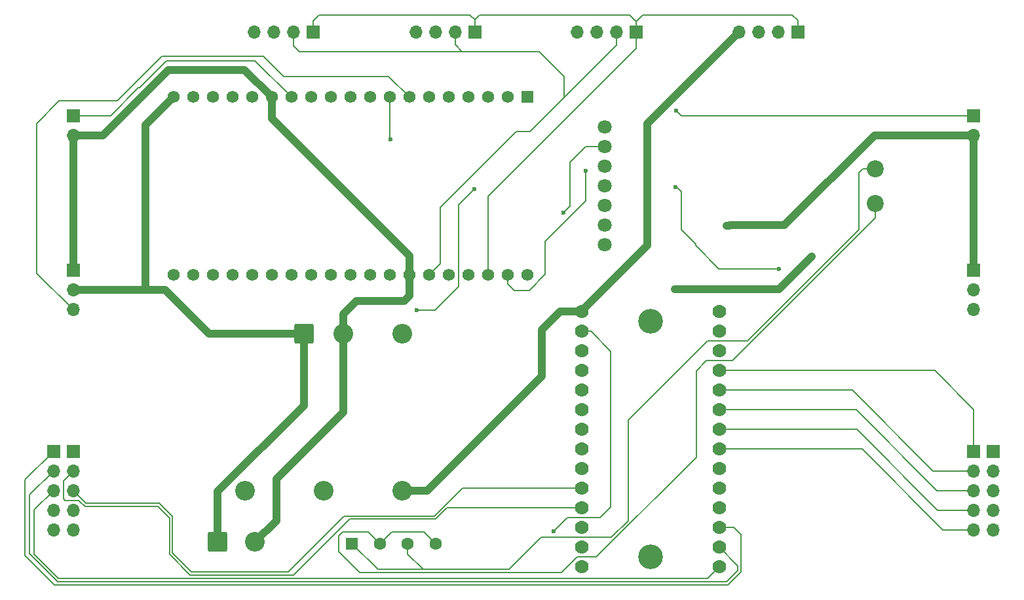
<source format=gbr>
%TF.GenerationSoftware,KiCad,Pcbnew,8.0.6*%
%TF.CreationDate,2025-03-25T20:17:01-07:00*%
%TF.ProjectId,Dash Main,44617368-204d-4616-996e-2e6b69636164,rev?*%
%TF.SameCoordinates,Original*%
%TF.FileFunction,Copper,L1,Top*%
%TF.FilePolarity,Positive*%
%FSLAX46Y46*%
G04 Gerber Fmt 4.6, Leading zero omitted, Abs format (unit mm)*
G04 Created by KiCad (PCBNEW 8.0.6) date 2025-03-25 20:17:01*
%MOMM*%
%LPD*%
G01*
G04 APERTURE LIST*
G04 Aperture macros list*
%AMRoundRect*
0 Rectangle with rounded corners*
0 $1 Rounding radius*
0 $2 $3 $4 $5 $6 $7 $8 $9 X,Y pos of 4 corners*
0 Add a 4 corners polygon primitive as box body*
4,1,4,$2,$3,$4,$5,$6,$7,$8,$9,$2,$3,0*
0 Add four circle primitives for the rounded corners*
1,1,$1+$1,$2,$3*
1,1,$1+$1,$4,$5*
1,1,$1+$1,$6,$7*
1,1,$1+$1,$8,$9*
0 Add four rect primitives between the rounded corners*
20,1,$1+$1,$2,$3,$4,$5,0*
20,1,$1+$1,$4,$5,$6,$7,0*
20,1,$1+$1,$6,$7,$8,$9,0*
20,1,$1+$1,$8,$9,$2,$3,0*%
G04 Aperture macros list end*
%TA.AperFunction,ComponentPad*%
%ADD10R,1.700000X1.700000*%
%TD*%
%TA.AperFunction,ComponentPad*%
%ADD11O,1.700000X1.700000*%
%TD*%
%TA.AperFunction,ComponentPad*%
%ADD12R,1.560000X1.560000*%
%TD*%
%TA.AperFunction,ComponentPad*%
%ADD13C,1.560000*%
%TD*%
%TA.AperFunction,ComponentPad*%
%ADD14C,1.778000*%
%TD*%
%TA.AperFunction,ComponentPad*%
%ADD15C,3.200000*%
%TD*%
%TA.AperFunction,ComponentPad*%
%ADD16C,1.800000*%
%TD*%
%TA.AperFunction,ComponentPad*%
%ADD17C,2.200000*%
%TD*%
%TA.AperFunction,ComponentPad*%
%ADD18RoundRect,0.249999X-1.025001X-1.025001X1.025001X-1.025001X1.025001X1.025001X-1.025001X1.025001X0*%
%TD*%
%TA.AperFunction,ComponentPad*%
%ADD19C,2.550000*%
%TD*%
%TA.AperFunction,ComponentPad*%
%ADD20RoundRect,0.250000X-0.550000X-0.550000X0.550000X-0.550000X0.550000X0.550000X-0.550000X0.550000X0*%
%TD*%
%TA.AperFunction,ComponentPad*%
%ADD21C,1.600000*%
%TD*%
%TA.AperFunction,ComponentPad*%
%ADD22RoundRect,0.249999X1.025001X1.025001X-1.025001X1.025001X-1.025001X-1.025001X1.025001X-1.025001X0*%
%TD*%
%TA.AperFunction,ViaPad*%
%ADD23C,0.600000*%
%TD*%
%TA.AperFunction,Conductor*%
%ADD24C,0.200000*%
%TD*%
%TA.AperFunction,Conductor*%
%ADD25C,1.000000*%
%TD*%
G04 APERTURE END LIST*
D10*
%TO.P,J11-1,1,Pin_1*%
%TO.N,A0*%
X190615000Y-82567500D03*
D11*
%TO.P,J11-1,2,Pin_2*%
%TO.N,A1*%
X190615000Y-85107500D03*
%TO.P,J11-1,3,Pin_3*%
%TO.N,A2*%
X190615000Y-87647500D03*
%TO.P,J11-1,4,Pin_4*%
%TO.N,A3*%
X190615000Y-90187500D03*
%TO.P,J11-1,5,Pin_5*%
%TO.N,A4*%
X190615000Y-92727500D03*
%TD*%
D10*
%TO.P,J6,1,Pin_1*%
%TO.N,SCL*%
X126166667Y-28320000D03*
D11*
%TO.P,J6,2,Pin_2*%
%TO.N,SDA*%
X123626667Y-28320000D03*
%TO.P,J6,3,Pin_3*%
%TO.N,Regulated 3v3*%
X121086667Y-28320000D03*
%TO.P,J6,4,Pin_4*%
%TO.N,3v3 ground*%
X118546667Y-28320000D03*
%TD*%
D12*
%TO.P,UNIT_2,J2-1,3V3*%
%TO.N,unconnected-(UNIT_2-3V3-PadJ2-1)*%
X132980000Y-36740000D03*
D13*
%TO.P,UNIT_2,J2-2,EN*%
%TO.N,unconnected-(UNIT_2-EN-PadJ2-2)*%
X130440000Y-36740000D03*
%TO.P,UNIT_2,J2-3,SENSOR_VP*%
%TO.N,unconnected-(UNIT_2-SENSOR_VP-PadJ2-3)*%
X127900000Y-36740000D03*
%TO.P,UNIT_2,J2-4,SENSOR_VN*%
%TO.N,unconnected-(UNIT_2-SENSOR_VN-PadJ2-4)*%
X125360000Y-36740000D03*
%TO.P,UNIT_2,J2-5,IO34*%
%TO.N,unconnected-(UNIT_2-IO34-PadJ2-5)*%
X122820000Y-36740000D03*
%TO.P,UNIT_2,J2-6,IO35*%
%TO.N,unconnected-(UNIT_2-IO35-PadJ2-6)*%
X120280000Y-36740000D03*
%TO.P,UNIT_2,J2-7,IO32*%
%TO.N,IO32 Speed*%
X117740000Y-36740000D03*
%TO.P,UNIT_2,J2-8,IO33*%
%TO.N,IO33 RPM*%
X115200000Y-36740000D03*
%TO.P,UNIT_2,J2-9,IO25*%
%TO.N,unconnected-(UNIT_2-IO25-PadJ2-9)*%
X112660000Y-36740000D03*
%TO.P,UNIT_2,J2-10,IO26*%
%TO.N,unconnected-(UNIT_2-IO26-PadJ2-10)*%
X110120000Y-36740000D03*
%TO.P,UNIT_2,J2-11,IO27*%
%TO.N,unconnected-(UNIT_2-IO27-PadJ2-11)*%
X107580000Y-36740000D03*
%TO.P,UNIT_2,J2-12,IO14*%
%TO.N,IO14 Button 2*%
X105040000Y-36740000D03*
%TO.P,UNIT_2,J2-13,IO12*%
%TO.N,IO12 Button 1*%
X102500000Y-36740000D03*
%TO.P,UNIT_2,J2-14,GND1*%
%TO.N,GND*%
X99960000Y-36740000D03*
%TO.P,UNIT_2,J2-15,IO13*%
%TO.N,unconnected-(UNIT_2-IO13-PadJ2-15)*%
X97420000Y-36740000D03*
%TO.P,UNIT_2,J2-16,SD2*%
%TO.N,unconnected-(UNIT_2-SD2-PadJ2-16)*%
X94880000Y-36740000D03*
%TO.P,UNIT_2,J2-17,SD3*%
%TO.N,unconnected-(UNIT_2-SD3-PadJ2-17)*%
X92340000Y-36740000D03*
%TO.P,UNIT_2,J2-18,CMD*%
%TO.N,unconnected-(UNIT_2-CMD-PadJ2-18)*%
X89800000Y-36740000D03*
%TO.P,UNIT_2,J2-19,EXT_5V*%
%TO.N,+5v*%
X87260000Y-36740000D03*
%TO.P,UNIT_2,J3-1,GND3*%
%TO.N,GND*%
X132960000Y-59780000D03*
%TO.P,UNIT_2,J3-2,IO23*%
%TO.N,SI*%
X130420000Y-59780000D03*
%TO.P,UNIT_2,J3-3,IO22*%
%TO.N,SCL*%
X127880000Y-59780000D03*
%TO.P,UNIT_2,J3-4,TXD0*%
%TO.N,unconnected-(UNIT_2-TXD0-PadJ3-4)*%
X125340000Y-59780000D03*
%TO.P,UNIT_2,J3-5,RXD0*%
%TO.N,unconnected-(UNIT_2-RXD0-PadJ3-5)*%
X122800000Y-59780000D03*
%TO.P,UNIT_2,J3-6,IO21*%
%TO.N,SDA*%
X120260000Y-59780000D03*
%TO.P,UNIT_2,J3-7,GND2*%
%TO.N,GND*%
X117720000Y-59780000D03*
%TO.P,UNIT_2,J3-8,IO19*%
%TO.N,SO*%
X115180000Y-59780000D03*
%TO.P,UNIT_2,J3-9,IO18*%
%TO.N,SCK*%
X112640000Y-59780000D03*
%TO.P,UNIT_2,J3-10,IO5*%
%TO.N,CS*%
X110100000Y-59780000D03*
%TO.P,UNIT_2,J3-11,IO17*%
%TO.N,unconnected-(UNIT_2-IO17-PadJ3-11)*%
X107560000Y-59780000D03*
%TO.P,UNIT_2,J3-12,IO16*%
%TO.N,unconnected-(UNIT_2-IO16-PadJ3-12)*%
X105020000Y-59780000D03*
%TO.P,UNIT_2,J3-13,IO4*%
%TO.N,unconnected-(UNIT_2-IO4-PadJ3-13)*%
X102480000Y-59780000D03*
%TO.P,UNIT_2,J3-14,IO0*%
%TO.N,unconnected-(UNIT_2-IO0-PadJ3-14)*%
X99940000Y-59780000D03*
%TO.P,UNIT_2,J3-15,IO2*%
%TO.N,unconnected-(UNIT_2-IO2-PadJ3-15)*%
X97400000Y-59780000D03*
%TO.P,UNIT_2,J3-16,IO15*%
%TO.N,unconnected-(UNIT_2-IO15-PadJ3-16)*%
X94860000Y-59780000D03*
%TO.P,UNIT_2,J3-17,SD1*%
%TO.N,unconnected-(UNIT_2-SD1-PadJ3-17)*%
X92320000Y-59780000D03*
%TO.P,UNIT_2,J3-18,SD0*%
%TO.N,unconnected-(UNIT_2-SD0-PadJ3-18)*%
X89780000Y-59780000D03*
%TO.P,UNIT_2,J3-19,CLK*%
%TO.N,unconnected-(UNIT_2-CLK-PadJ3-19)*%
X87240000Y-59780000D03*
%TD*%
D10*
%TO.P,J1-2,1,Pin_1*%
%TO.N,A13*%
X74300000Y-82575000D03*
D11*
%TO.P,J1-2,2,Pin_2*%
%TO.N,A14*%
X74300000Y-85115000D03*
%TO.P,J1-2,3,Pin_3*%
%TO.N,A15*%
X74300000Y-87655000D03*
%TO.P,J1-2,4,Pin_4*%
%TO.N,C0*%
X74300000Y-90195000D03*
%TO.P,J1-2,5,Pin_5*%
%TO.N,C1*%
X74300000Y-92735000D03*
%TD*%
D10*
%TO.P,J8,1,Pin_1*%
%TO.N,SCL*%
X167933334Y-28320000D03*
D11*
%TO.P,J8,2,Pin_2*%
%TO.N,SDA*%
X165393334Y-28320000D03*
%TO.P,J8,3,Pin_3*%
%TO.N,Regulated 3v3*%
X162853334Y-28320000D03*
%TO.P,J8,4,Pin_4*%
%TO.N,3v3 ground*%
X160313334Y-28320000D03*
%TD*%
D10*
%TO.P,J4,1,Pin_1*%
%TO.N,IO12 Button 1*%
X74300000Y-39145000D03*
D11*
%TO.P,J4,2,Pin_2*%
%TO.N,GND*%
X74300000Y-41685000D03*
%TD*%
D10*
%TO.P,J5,1,Pin_1*%
%TO.N,SCL*%
X105283334Y-28320000D03*
D11*
%TO.P,J5,2,Pin_2*%
%TO.N,SDA*%
X102743334Y-28320000D03*
%TO.P,J5,3,Pin_3*%
%TO.N,Regulated 3v3*%
X100203334Y-28320000D03*
%TO.P,J5,4,Pin_4*%
%TO.N,3v3 ground*%
X97663334Y-28320000D03*
%TD*%
D10*
%TO.P,J10,1,Pin_1*%
%TO.N,GND*%
X190640000Y-59172500D03*
D11*
%TO.P,J10,2,Pin_2*%
%TO.N,+5v*%
X190640000Y-61712500D03*
%TO.P,J10,3,Pin_3*%
%TO.N,IO33 RPM*%
X190640000Y-64252500D03*
%TD*%
D10*
%TO.P,J2,1,Pin_1*%
%TO.N,GND*%
X74300000Y-59165000D03*
D11*
%TO.P,J2,2,Pin_2*%
%TO.N,+5v*%
X74300000Y-61705000D03*
%TO.P,J2,3,Pin_3*%
%TO.N,IO32 Speed*%
X74300000Y-64245000D03*
%TD*%
D14*
%TO.P,U1,1,GND*%
%TO.N,3v3 ground*%
X139970000Y-64520000D03*
%TO.P,U1,2,C0*%
%TO.N,C0*%
X139970000Y-67060000D03*
%TO.P,U1,3,C1*%
%TO.N,C1*%
X139970000Y-69600000D03*
%TO.P,U1,4,C2*%
%TO.N,C2*%
X139970000Y-72140000D03*
%TO.P,U1,5,C3*%
%TO.N,C3*%
X139970000Y-74680000D03*
%TO.P,U1,6,C4*%
%TO.N,C4*%
X139970000Y-77220000D03*
%TO.P,U1,7,C5*%
%TO.N,C5*%
X139970000Y-79760000D03*
%TO.P,U1,8,C6*%
%TO.N,C6*%
X139970000Y-82300000D03*
%TO.P,U1,9,C7*%
%TO.N,C7*%
X139970000Y-84840000D03*
%TO.P,U1,10,A15*%
%TO.N,A15*%
X139970000Y-87380000D03*
%TO.P,U1,11,A14*%
%TO.N,A14*%
X139970000Y-89920000D03*
%TO.P,U1,12,A13*%
%TO.N,A13*%
X139970000Y-92460000D03*
%TO.P,U1,13,A12*%
%TO.N,A12*%
X139970000Y-95000000D03*
%TO.P,U1,14,A11*%
%TO.N,A11*%
X139970000Y-97540000D03*
%TO.P,U1,15,A10*%
%TO.N,A10*%
X157750000Y-97540000D03*
%TO.P,U1,16,A9*%
%TO.N,A9*%
X157750000Y-95000000D03*
%TO.P,U1,17,A8*%
%TO.N,A8*%
X157750000Y-92460000D03*
%TO.P,U1,18,A7*%
%TO.N,A7*%
X157750000Y-89920000D03*
%TO.P,U1,19,A6*%
%TO.N,A6*%
X157750000Y-87380000D03*
%TO.P,U1,20,A5*%
%TO.N,A5*%
X157750000Y-84840000D03*
%TO.P,U1,21,A4*%
%TO.N,A4*%
X157750000Y-82300000D03*
%TO.P,U1,22,A3*%
%TO.N,A3*%
X157750000Y-79760000D03*
%TO.P,U1,23,A2*%
%TO.N,A2*%
X157750000Y-77220000D03*
%TO.P,U1,24,A1*%
%TO.N,A1*%
X157750000Y-74680000D03*
%TO.P,U1,25,A0*%
%TO.N,A0*%
X157750000Y-72140000D03*
%TO.P,U1,26,SCL*%
%TO.N,SCL*%
X157750000Y-69600000D03*
%TO.P,U1,27,SDA*%
%TO.N,SDA*%
X157750000Y-67060000D03*
%TO.P,U1,28,VDD*%
%TO.N,Regulated 3v3*%
X157750000Y-64520000D03*
D15*
%TO.P,U1,P$1*%
%TO.N,N/C*%
X148860000Y-65790000D03*
X148860000Y-96270000D03*
%TD*%
D10*
%TO.P,J11-2,1,Pin_1*%
%TO.N,A5*%
X193155000Y-82567500D03*
D11*
%TO.P,J11-2,2,Pin_2*%
%TO.N,A6*%
X193155000Y-85107500D03*
%TO.P,J11-2,3,Pin_3*%
%TO.N,A7*%
X193155000Y-87647500D03*
%TO.P,J11-2,4,Pin_4*%
%TO.N,C0*%
X193155000Y-90187500D03*
%TO.P,J11-2,5,Pin_5*%
%TO.N,C1*%
X193155000Y-92727500D03*
%TD*%
D10*
%TO.P,J9,1,Pin_1*%
%TO.N,IO14 Button 2*%
X190640000Y-39152500D03*
D11*
%TO.P,J9,2,Pin_2*%
%TO.N,GND*%
X190640000Y-41692500D03*
%TD*%
D10*
%TO.P,J7,1,Pin_1*%
%TO.N,SCL*%
X147050000Y-28320000D03*
D11*
%TO.P,J7,2,Pin_2*%
%TO.N,SDA*%
X144510000Y-28320000D03*
%TO.P,J7,3,Pin_3*%
%TO.N,Regulated 3v3*%
X141970000Y-28320000D03*
%TO.P,J7,4,Pin_4*%
%TO.N,3v3 ground*%
X139430000Y-28320000D03*
%TD*%
D10*
%TO.P,J1-1,1,Pin_1*%
%TO.N,A8*%
X71760000Y-82575000D03*
D11*
%TO.P,J1-1,2,Pin_2*%
%TO.N,A9*%
X71760000Y-85115000D03*
%TO.P,J1-1,3,Pin_3*%
%TO.N,A10*%
X71760000Y-87655000D03*
%TO.P,J1-1,4,Pin_4*%
%TO.N,A11*%
X71760000Y-90195000D03*
%TO.P,J1-1,5,Pin_5*%
%TO.N,A12*%
X71760000Y-92735000D03*
%TD*%
D16*
%TO.P,UNIT_1,1,INT*%
%TO.N,unconnected-(UNIT_1-INT-Pad1)*%
X142980000Y-40640000D03*
%TO.P,UNIT_1,2,SCK*%
%TO.N,SCK*%
X142980000Y-43180000D03*
%TO.P,UNIT_1,3,SI*%
%TO.N,SI*%
X142980000Y-45720000D03*
%TO.P,UNIT_1,4,SO*%
%TO.N,SO*%
X142980000Y-48260000D03*
%TO.P,UNIT_1,5,CS*%
%TO.N,CS*%
X142980000Y-50800000D03*
%TO.P,UNIT_1,6,GND*%
%TO.N,GND*%
X142980000Y-53340000D03*
%TO.P,UNIT_1,7,VCC*%
%TO.N,+5v*%
X142980000Y-55880000D03*
D17*
%TO.P,UNIT_1,8,High_CAN*%
%TO.N,High*%
X177960000Y-46020000D03*
%TO.P,UNIT_1,9,Low_CAN*%
%TO.N,Low*%
X177960000Y-50520000D03*
%TD*%
D18*
%TO.P,J12,1,Pin_1*%
%TO.N,+5v*%
X92960000Y-94300000D03*
D19*
%TO.P,J12,2,Pin_2*%
%TO.N,GND*%
X97760000Y-94300000D03*
%TD*%
D20*
%TO.P,J1,1,Pin_1*%
%TO.N,High*%
X110300000Y-94500000D03*
D21*
%TO.P,J1,2,Pin_2*%
%TO.N,Low*%
X113900000Y-94500000D03*
%TO.P,J1,3,Pin_3*%
%TO.N,High*%
X117500000Y-94500000D03*
%TO.P,J1,4,Pin_4*%
%TO.N,Low*%
X121100000Y-94500000D03*
%TD*%
D22*
%TO.P,U2,1,Vin*%
%TO.N,+5v*%
X104070000Y-67360000D03*
D19*
%TO.P,U2,2,GND*%
%TO.N,GND*%
X109160000Y-67360000D03*
%TO.P,U2,3,Vout*%
%TO.N,Regulated 3v3*%
X96460000Y-87670000D03*
%TO.P,U2,4,Trim*%
%TO.N,unconnected-(U2-Trim-Pad4)*%
X106620000Y-87670000D03*
%TO.P,U2,5,-Vout*%
%TO.N,3v3 ground*%
X116780000Y-87670000D03*
%TO.P,U2,6,R.C*%
%TO.N,unconnected-(U2-R.C-Pad6)*%
X116780000Y-67360000D03*
%TD*%
D23*
%TO.N,+5v*%
X152000000Y-61640000D03*
X169730000Y-57360000D03*
%TO.N,IO33 RPM*%
X152100000Y-48390000D03*
X115250000Y-42180000D03*
X165500000Y-58960000D03*
%TO.N,GND*%
X158750000Y-53350000D03*
%TO.N,IO14 Button 2*%
X152220000Y-38520000D03*
%TO.N,C0*%
X136380000Y-92910000D03*
%TO.N,SI*%
X140510000Y-46290000D03*
%TO.N,SCK*%
X137640000Y-51680000D03*
%TO.N,SO*%
X118640000Y-64330000D03*
X126110000Y-48630000D03*
%TD*%
D24*
%TO.N,Low*%
X139396500Y-96270000D02*
X137386500Y-98280000D01*
X119620000Y-93020000D02*
X121100000Y-94500000D01*
X156100000Y-70870000D02*
X154780000Y-72190000D01*
X141865686Y-96270000D02*
X139396500Y-96270000D01*
X109080000Y-92990000D02*
X112390000Y-92990000D01*
X115410000Y-93020000D02*
X119620000Y-93020000D01*
X111280000Y-98280000D02*
X108560000Y-95560000D01*
X108560000Y-93510000D02*
X109080000Y-92990000D01*
X112390000Y-92990000D02*
X113900000Y-94500000D01*
X154780000Y-72190000D02*
X154780000Y-83355686D01*
X113900000Y-94500000D02*
X113930000Y-94500000D01*
X177960000Y-50520000D02*
X177960000Y-52355686D01*
X154780000Y-83355686D02*
X141865686Y-96270000D01*
X108560000Y-95560000D02*
X108560000Y-93510000D01*
X159445686Y-70870000D02*
X156100000Y-70870000D01*
X113930000Y-94500000D02*
X115410000Y-93020000D01*
X177960000Y-52355686D02*
X159445686Y-70870000D01*
X137386500Y-98280000D02*
X111280000Y-98280000D01*
%TO.N,High*%
X134760000Y-93730000D02*
X130640000Y-97850000D01*
X175820000Y-46560000D02*
X175820000Y-53930000D01*
X110300000Y-94500000D02*
X113650000Y-97850000D01*
X177960000Y-46020000D02*
X176360000Y-46020000D01*
X175820000Y-53930000D02*
X161430000Y-68320000D01*
X117500000Y-95870000D02*
X117500000Y-94500000D01*
X119480000Y-97850000D02*
X117500000Y-95870000D01*
X143840000Y-93730000D02*
X134760000Y-93730000D01*
X119580000Y-97850000D02*
X119480000Y-97850000D01*
X146000000Y-91570000D02*
X143840000Y-93730000D01*
X130640000Y-97850000D02*
X119580000Y-97850000D01*
X113650000Y-97850000D02*
X119580000Y-97850000D01*
X156250000Y-68320000D02*
X146000000Y-78570000D01*
X176360000Y-46020000D02*
X175820000Y-46560000D01*
X161430000Y-68320000D02*
X156250000Y-68320000D01*
X146000000Y-78570000D02*
X146000000Y-91570000D01*
D25*
%TO.N,+5v*%
X104070000Y-67360000D02*
X91850000Y-67360000D01*
X83610000Y-40390000D02*
X87260000Y-36740000D01*
X83610000Y-61705000D02*
X74300000Y-61705000D01*
X83610000Y-61705000D02*
X83610000Y-40390000D01*
X92960000Y-87750000D02*
X104070000Y-76640000D01*
X92960000Y-94300000D02*
X92960000Y-87750000D01*
X104070000Y-76640000D02*
X104070000Y-67360000D01*
X86195000Y-61705000D02*
X83610000Y-61705000D01*
X91850000Y-67360000D02*
X86195000Y-61705000D01*
X152000000Y-61640000D02*
X165450000Y-61640000D01*
X165450000Y-61640000D02*
X169730000Y-57360000D01*
D24*
%TO.N,IO33 RPM*%
X152240000Y-48390000D02*
X152100000Y-48390000D01*
X154720000Y-55730000D02*
X152850000Y-53860000D01*
X115200000Y-42130000D02*
X115200000Y-36740000D01*
X152850000Y-53860000D02*
X152850000Y-49000000D01*
X157720000Y-58960000D02*
X154720000Y-55960000D01*
X152850000Y-49000000D02*
X152240000Y-48390000D01*
X154720000Y-55960000D02*
X154720000Y-55730000D01*
X115250000Y-42180000D02*
X115200000Y-42130000D01*
X165500000Y-58960000D02*
X157720000Y-58960000D01*
D25*
%TO.N,GND*%
X110890000Y-63120000D02*
X109160000Y-64850000D01*
X159090000Y-53350000D02*
X159100000Y-53340000D01*
X99960000Y-36740000D02*
X96440000Y-33220000D01*
X100520000Y-86190000D02*
X100520000Y-91540000D01*
X100520000Y-91540000D02*
X97760000Y-94300000D01*
X109160000Y-64850000D02*
X109160000Y-67360000D01*
X74300000Y-41685000D02*
X74300000Y-59165000D01*
X158750000Y-53350000D02*
X159090000Y-53350000D01*
X99960000Y-39490000D02*
X99960000Y-36740000D01*
X190617500Y-41670000D02*
X190640000Y-41692500D01*
X117720000Y-62460000D02*
X117060000Y-63120000D01*
X117720000Y-59780000D02*
X117720000Y-57250000D01*
X96440000Y-33220000D02*
X86560000Y-33220000D01*
X109160000Y-67360000D02*
X109160000Y-77550000D01*
X190640000Y-41692500D02*
X190640000Y-59172500D01*
X177820000Y-41670000D02*
X190617500Y-41670000D01*
X86560000Y-33220000D02*
X78095000Y-41685000D01*
X117720000Y-57250000D02*
X99960000Y-39490000D01*
X78095000Y-41685000D02*
X74300000Y-41685000D01*
X117720000Y-59780000D02*
X117720000Y-62460000D01*
X117060000Y-63120000D02*
X110890000Y-63120000D01*
X166150000Y-53340000D02*
X177820000Y-41670000D01*
X159100000Y-53340000D02*
X166150000Y-53340000D01*
X109160000Y-77550000D02*
X100520000Y-86190000D01*
D24*
%TO.N,IO12 Button 1*%
X82710000Y-35520000D02*
X82830000Y-35520000D01*
X86320000Y-32030000D02*
X97790000Y-32030000D01*
X82830000Y-35520000D02*
X86320000Y-32030000D01*
X79085000Y-39145000D02*
X82710000Y-35520000D01*
X74300000Y-39145000D02*
X79085000Y-39145000D01*
X97790000Y-32030000D02*
X102500000Y-36740000D01*
%TO.N,SDA*%
X134520000Y-30870000D02*
X124540000Y-30870000D01*
X124540000Y-30870000D02*
X123626667Y-29956667D01*
X133350000Y-41210000D02*
X144510000Y-30050000D01*
X137735000Y-34085000D02*
X134520000Y-30870000D01*
X121740000Y-51040000D02*
X131570000Y-41210000D01*
X144510000Y-30050000D02*
X144510000Y-28320000D01*
X102743334Y-30133334D02*
X102743334Y-28320000D01*
X124540000Y-30870000D02*
X103480000Y-30870000D01*
X131570000Y-41210000D02*
X133350000Y-41210000D01*
X120260000Y-59780000D02*
X121740000Y-58300000D01*
X137735000Y-36825000D02*
X137735000Y-34085000D01*
X121740000Y-58300000D02*
X121740000Y-51040000D01*
X103480000Y-30870000D02*
X102743334Y-30133334D01*
X123626667Y-29956667D02*
X123626667Y-28320000D01*
%TO.N,SCL*%
X167933334Y-26843334D02*
X167933334Y-28320000D01*
X126270000Y-26660000D02*
X126260000Y-26660000D01*
X147050000Y-28320000D02*
X147050000Y-26980000D01*
X147050000Y-30440000D02*
X147050000Y-28320000D01*
X127880000Y-59780000D02*
X127880000Y-49610000D01*
X147050000Y-26980000D02*
X146190000Y-26120000D01*
X147050000Y-26980000D02*
X147900000Y-26130000D01*
X126166667Y-26753333D02*
X126166667Y-28320000D01*
X167220000Y-26130000D02*
X167933334Y-26843334D01*
X105283334Y-26926666D02*
X105283334Y-28320000D01*
X126810000Y-26120000D02*
X126270000Y-26660000D01*
X147900000Y-26130000D02*
X167220000Y-26130000D01*
X146190000Y-26120000D02*
X126810000Y-26120000D01*
X106080000Y-26130000D02*
X105283334Y-26926666D01*
X126260000Y-26660000D02*
X126166667Y-26753333D01*
X127880000Y-49610000D02*
X147050000Y-30440000D01*
X125543334Y-26130000D02*
X106080000Y-26130000D01*
X126166667Y-26753333D02*
X125543334Y-26130000D01*
%TO.N,IO32 Speed*%
X79940000Y-37260000D02*
X72470000Y-37260000D01*
X69590000Y-40140000D02*
X69590000Y-59535000D01*
X117740000Y-36740000D02*
X115060000Y-34060000D01*
X85720000Y-31480000D02*
X79940000Y-37260000D01*
X115060000Y-34060000D02*
X101440000Y-34060000D01*
X72470000Y-37260000D02*
X69590000Y-40140000D01*
X101440000Y-34060000D02*
X98860000Y-31480000D01*
X69590000Y-59535000D02*
X74300000Y-64245000D01*
X98860000Y-31480000D02*
X85720000Y-31480000D01*
%TO.N,IO14 Button 2*%
X152852500Y-39152500D02*
X152220000Y-38520000D01*
X190640000Y-39152500D02*
X152852500Y-39152500D01*
%TO.N,A1*%
X174940000Y-74680000D02*
X157750000Y-74680000D01*
X190615000Y-85107500D02*
X185367500Y-85107500D01*
X185367500Y-85107500D02*
X174940000Y-74680000D01*
%TO.N,C0*%
X142380000Y-91170000D02*
X143760000Y-89790000D01*
X143760000Y-89790000D02*
X143770000Y-89790000D01*
X143770000Y-69620000D02*
X141210000Y-67060000D01*
X141210000Y-67060000D02*
X139970000Y-67060000D01*
X136380000Y-92910000D02*
X138120000Y-91170000D01*
X138120000Y-91170000D02*
X142380000Y-91170000D01*
X143770000Y-89790000D02*
X143770000Y-69620000D01*
%TO.N,A2*%
X190615000Y-87647500D02*
X185867500Y-87647500D01*
X185867500Y-87647500D02*
X175440000Y-77220000D01*
X175440000Y-77220000D02*
X157750000Y-77220000D01*
%TO.N,A0*%
X190615000Y-77155000D02*
X185600000Y-72140000D01*
X190615000Y-82567500D02*
X190615000Y-77155000D01*
X185600000Y-72140000D02*
X157750000Y-72140000D01*
%TO.N,A9*%
X68650000Y-95845686D02*
X68650000Y-88225000D01*
X68650000Y-88225000D02*
X71760000Y-85115000D01*
X160160000Y-97410000D02*
X160160000Y-98050000D01*
X157750000Y-95000000D02*
X160160000Y-97410000D01*
X72274314Y-99470000D02*
X68650000Y-95845686D01*
X158740000Y-99470000D02*
X72274314Y-99470000D01*
X160160000Y-98050000D02*
X158740000Y-99470000D01*
%TO.N,A8*%
X159650000Y-92460000D02*
X160560000Y-93370000D01*
X71850000Y-99870000D02*
X68070000Y-96090000D01*
X68070000Y-86265000D02*
X71760000Y-82575000D01*
X160560000Y-98215686D02*
X158905686Y-99870000D01*
X68070000Y-96090000D02*
X68070000Y-86265000D01*
X160560000Y-93370000D02*
X160560000Y-98215686D01*
X157750000Y-92460000D02*
X159650000Y-92460000D01*
X158905686Y-99870000D02*
X71850000Y-99870000D01*
%TO.N,A3*%
X175570000Y-79760000D02*
X157750000Y-79760000D01*
X190615000Y-90187500D02*
X185997500Y-90187500D01*
X185997500Y-90187500D02*
X175570000Y-79760000D01*
D25*
%TO.N,3v3 ground*%
X134830000Y-66880000D02*
X134830000Y-72890000D01*
X148450000Y-55930000D02*
X139970000Y-64410000D01*
X139970000Y-64410000D02*
X139970000Y-64520000D01*
X134830000Y-72890000D02*
X120050000Y-87670000D01*
X148450000Y-40183334D02*
X148450000Y-55930000D01*
X139970000Y-64520000D02*
X137190000Y-64520000D01*
X120050000Y-87670000D02*
X116780000Y-87670000D01*
X160313334Y-28320000D02*
X148450000Y-40183334D01*
X137190000Y-64520000D02*
X134830000Y-66880000D01*
D24*
%TO.N,A10*%
X157750000Y-97540000D02*
X156290000Y-99000000D01*
X72370000Y-99000000D02*
X69260000Y-95890000D01*
X69260000Y-95890000D02*
X69260000Y-90155000D01*
X69260000Y-90155000D02*
X71760000Y-87655000D01*
X156290000Y-99000000D02*
X72370000Y-99000000D01*
%TO.N,A14*%
X73010000Y-86405000D02*
X74300000Y-85115000D01*
X110010000Y-91360000D02*
X102770000Y-98600000D01*
X86710000Y-95925686D02*
X86710000Y-91210000D01*
X139970000Y-89920000D02*
X122585686Y-89920000D01*
X85250000Y-89750000D02*
X75820000Y-89750000D01*
X73010000Y-88710000D02*
X73010000Y-86405000D01*
X73210000Y-88910000D02*
X73010000Y-88710000D01*
X89384314Y-98600000D02*
X86710000Y-95925686D01*
X75820000Y-89750000D02*
X74980000Y-88910000D01*
X102770000Y-98600000D02*
X89384314Y-98600000D01*
X122585686Y-89920000D02*
X121145686Y-91360000D01*
X74980000Y-88910000D02*
X73210000Y-88910000D01*
X121145686Y-91360000D02*
X110010000Y-91360000D01*
X86710000Y-91210000D02*
X85250000Y-89750000D01*
%TO.N,A4*%
X190615000Y-92727500D02*
X186647500Y-92727500D01*
X176220000Y-82300000D02*
X157750000Y-82300000D01*
X186647500Y-92727500D02*
X176220000Y-82300000D01*
%TO.N,A15*%
X87110000Y-95760000D02*
X87110000Y-90960000D01*
X109270000Y-90960000D02*
X102030000Y-98200000D01*
X102030000Y-98200000D02*
X89550000Y-98200000D01*
X120980000Y-90960000D02*
X109270000Y-90960000D01*
X87110000Y-90960000D02*
X85420000Y-89270000D01*
X139970000Y-87380000D02*
X124560000Y-87380000D01*
X124560000Y-87380000D02*
X120980000Y-90960000D01*
X89550000Y-98200000D02*
X87110000Y-95760000D01*
X75915000Y-89270000D02*
X74300000Y-87655000D01*
X85420000Y-89270000D02*
X75915000Y-89270000D01*
%TO.N,SI*%
X130420000Y-60920000D02*
X130420000Y-59780000D01*
X140510000Y-50170000D02*
X135270000Y-55410000D01*
X135270000Y-55410000D02*
X135270000Y-59670000D01*
X131250000Y-61750000D02*
X130420000Y-60920000D01*
X135270000Y-59670000D02*
X133190000Y-61750000D01*
X140510000Y-46290000D02*
X140510000Y-50170000D01*
X133190000Y-61750000D02*
X131250000Y-61750000D01*
%TO.N,SCK*%
X138510000Y-45200000D02*
X140530000Y-43180000D01*
X138510000Y-50810000D02*
X138510000Y-45200000D01*
X140530000Y-43180000D02*
X142980000Y-43180000D01*
X137640000Y-51680000D02*
X138510000Y-50810000D01*
%TO.N,SO*%
X124100000Y-61290000D02*
X121060000Y-64330000D01*
X126110000Y-48630000D02*
X124100000Y-50640000D01*
X121060000Y-64330000D02*
X118640000Y-64330000D01*
X124100000Y-50640000D02*
X124100000Y-61290000D01*
%TD*%
M02*

</source>
